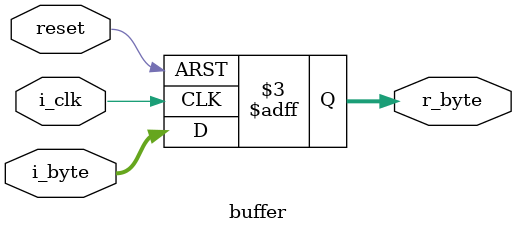
<source format=v>
module buffer 
#(parameter width=8)
(input i_clk,
input reset ,
input [width-1:0] i_byte,
output reg [width-1:0] r_byte
);
always @ (posedge i_clk,posedge reset)begin
if(reset==1)
r_byte<=8'b0;
else 
r_byte<=i_byte;
end
endmodule
</source>
